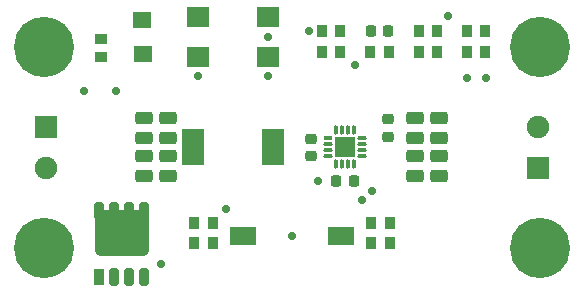
<source format=gts>
G04*
G04 #@! TF.GenerationSoftware,Altium Limited,Altium Designer,19.1.6 (110)*
G04*
G04 Layer_Color=8388736*
%FSLAX43Y43*%
%MOMM*%
G71*
G01*
G75*
%ADD14R,2.250X1.600*%
G04:AMPARAMS|DCode=15|XSize=4.62mm|YSize=3.95mm|CornerRadius=0.531mm|HoleSize=0mm|Usage=FLASHONLY|Rotation=180.000|XOffset=0mm|YOffset=0mm|HoleType=Round|Shape=RoundedRectangle|*
%AMROUNDEDRECTD15*
21,1,4.620,2.888,0,0,180.0*
21,1,3.558,3.950,0,0,180.0*
1,1,1.063,-1.779,1.444*
1,1,1.063,1.779,1.444*
1,1,1.063,1.779,-1.444*
1,1,1.063,-1.779,-1.444*
%
%ADD15ROUNDEDRECTD15*%
G04:AMPARAMS|DCode=16|XSize=0.81mm|YSize=1.472mm|CornerRadius=0.139mm|HoleSize=0mm|Usage=FLASHONLY|Rotation=180.000|XOffset=0mm|YOffset=0mm|HoleType=Round|Shape=RoundedRectangle|*
%AMROUNDEDRECTD16*
21,1,0.810,1.195,0,0,180.0*
21,1,0.532,1.472,0,0,180.0*
1,1,0.278,-0.266,0.597*
1,1,0.278,0.266,0.597*
1,1,0.278,0.266,-0.597*
1,1,0.278,-0.266,-0.597*
%
%ADD16ROUNDEDRECTD16*%
%ADD17R,0.810X1.472*%
%ADD18R,1.900X1.800*%
%ADD19R,0.950X1.000*%
%ADD20R,1.850X3.100*%
%ADD21R,1.750X1.750*%
G04:AMPARAMS|DCode=22|XSize=0.35mm|YSize=0.8mm|CornerRadius=0.113mm|HoleSize=0mm|Usage=FLASHONLY|Rotation=0.000|XOffset=0mm|YOffset=0mm|HoleType=Round|Shape=RoundedRectangle|*
%AMROUNDEDRECTD22*
21,1,0.350,0.575,0,0,0.0*
21,1,0.125,0.800,0,0,0.0*
1,1,0.225,0.063,-0.288*
1,1,0.225,-0.063,-0.288*
1,1,0.225,-0.063,0.288*
1,1,0.225,0.063,0.288*
%
%ADD22ROUNDEDRECTD22*%
G04:AMPARAMS|DCode=23|XSize=0.35mm|YSize=0.8mm|CornerRadius=0.113mm|HoleSize=0mm|Usage=FLASHONLY|Rotation=90.000|XOffset=0mm|YOffset=0mm|HoleType=Round|Shape=RoundedRectangle|*
%AMROUNDEDRECTD23*
21,1,0.350,0.575,0,0,90.0*
21,1,0.125,0.800,0,0,90.0*
1,1,0.225,0.288,0.063*
1,1,0.225,0.288,-0.063*
1,1,0.225,-0.288,-0.063*
1,1,0.225,-0.288,0.063*
%
%ADD23ROUNDEDRECTD23*%
%ADD24R,0.800X0.350*%
G04:AMPARAMS|DCode=25|XSize=1.5mm|YSize=1.1mm|CornerRadius=0.3mm|HoleSize=0mm|Usage=FLASHONLY|Rotation=180.000|XOffset=0mm|YOffset=0mm|HoleType=Round|Shape=RoundedRectangle|*
%AMROUNDEDRECTD25*
21,1,1.500,0.500,0,0,180.0*
21,1,0.900,1.100,0,0,180.0*
1,1,0.600,-0.450,0.250*
1,1,0.600,0.450,0.250*
1,1,0.600,0.450,-0.250*
1,1,0.600,-0.450,-0.250*
%
%ADD25ROUNDEDRECTD25*%
G04:AMPARAMS|DCode=26|XSize=1mm|YSize=0.9mm|CornerRadius=0.25mm|HoleSize=0mm|Usage=FLASHONLY|Rotation=180.000|XOffset=0mm|YOffset=0mm|HoleType=Round|Shape=RoundedRectangle|*
%AMROUNDEDRECTD26*
21,1,1.000,0.400,0,0,180.0*
21,1,0.500,0.900,0,0,180.0*
1,1,0.500,-0.250,0.200*
1,1,0.500,0.250,0.200*
1,1,0.500,0.250,-0.200*
1,1,0.500,-0.250,-0.200*
%
%ADD26ROUNDEDRECTD26*%
G04:AMPARAMS|DCode=27|XSize=1mm|YSize=0.9mm|CornerRadius=0.25mm|HoleSize=0mm|Usage=FLASHONLY|Rotation=90.000|XOffset=0mm|YOffset=0mm|HoleType=Round|Shape=RoundedRectangle|*
%AMROUNDEDRECTD27*
21,1,1.000,0.400,0,0,90.0*
21,1,0.500,0.900,0,0,90.0*
1,1,0.500,0.200,0.250*
1,1,0.500,0.200,-0.250*
1,1,0.500,-0.200,-0.250*
1,1,0.500,-0.200,0.250*
%
%ADD27ROUNDEDRECTD27*%
%ADD28R,1.000X0.950*%
%ADD29R,1.500X1.400*%
%ADD30R,0.900X1.050*%
%ADD31C,1.900*%
%ADD32R,1.900X1.900*%
%ADD33C,5.100*%
%ADD34C,0.700*%
D14*
X29125Y5000D02*
D03*
X20875D02*
D03*
D15*
X10600Y5250D02*
D03*
D16*
X12505Y7070D02*
D03*
X11235D02*
D03*
X9965D02*
D03*
X8695D02*
D03*
X12505Y1530D02*
D03*
X11235D02*
D03*
X9965D02*
D03*
D17*
X8695D02*
D03*
D18*
X17000Y20100D02*
D03*
Y23500D02*
D03*
X23000D02*
D03*
Y20100D02*
D03*
D19*
X35725Y20600D02*
D03*
X37275D02*
D03*
Y22300D02*
D03*
X35725D02*
D03*
X39825Y20600D02*
D03*
X41375D02*
D03*
X33175D02*
D03*
X31625D02*
D03*
X39825Y22300D02*
D03*
X41375D02*
D03*
X29075Y20600D02*
D03*
X27525D02*
D03*
X29075Y22300D02*
D03*
X27525D02*
D03*
X33275Y6100D02*
D03*
X31725D02*
D03*
X16725D02*
D03*
X18275D02*
D03*
D20*
X23375Y12500D02*
D03*
X16625D02*
D03*
D21*
X29500D02*
D03*
D22*
X28750Y13950D02*
D03*
X29250D02*
D03*
X29750D02*
D03*
X30250D02*
D03*
Y11050D02*
D03*
X29750D02*
D03*
X29250D02*
D03*
X28750D02*
D03*
D23*
X30950Y13250D02*
D03*
Y12750D02*
D03*
Y12250D02*
D03*
Y11750D02*
D03*
X28050D02*
D03*
Y12250D02*
D03*
Y12750D02*
D03*
D24*
Y13250D02*
D03*
D25*
X37400Y14950D02*
D03*
Y13250D02*
D03*
Y10050D02*
D03*
Y11750D02*
D03*
X35400Y14950D02*
D03*
Y13250D02*
D03*
X14500Y10050D02*
D03*
Y11750D02*
D03*
X12500Y14950D02*
D03*
Y13250D02*
D03*
Y10050D02*
D03*
Y11750D02*
D03*
X14500Y14950D02*
D03*
Y13250D02*
D03*
X35400Y10050D02*
D03*
Y11750D02*
D03*
D26*
X33100Y14850D02*
D03*
X33100Y13350D02*
D03*
X26625Y13225D02*
D03*
X26625Y11725D02*
D03*
D27*
X30250Y9600D02*
D03*
X28750Y9600D02*
D03*
X31650Y22300D02*
D03*
X33150Y22300D02*
D03*
D28*
X8800Y21675D02*
D03*
Y20125D02*
D03*
D29*
X12350Y20350D02*
D03*
X12300Y23250D02*
D03*
D30*
X33325Y4400D02*
D03*
X31675D02*
D03*
X18325D02*
D03*
X16675D02*
D03*
D31*
X4125Y10750D02*
D03*
X45800Y14250D02*
D03*
D32*
X4125D02*
D03*
X45800Y10750D02*
D03*
D33*
X4000Y4000D02*
D03*
X46000D02*
D03*
Y21000D02*
D03*
X4000D02*
D03*
D34*
X31800Y8800D02*
D03*
X30900Y8000D02*
D03*
X38200Y23600D02*
D03*
X27200Y9600D02*
D03*
X26400Y22300D02*
D03*
X10100Y17300D02*
D03*
X7400Y17300D02*
D03*
X17000Y18500D02*
D03*
X13900Y2600D02*
D03*
X10600Y4775D02*
D03*
X9700Y3875D02*
D03*
X10600D02*
D03*
X9700Y5675D02*
D03*
X10600D02*
D03*
X12400D02*
D03*
Y6575D02*
D03*
X11500Y5675D02*
D03*
Y6575D02*
D03*
X8800Y3875D02*
D03*
X12400Y4775D02*
D03*
X8800Y6575D02*
D03*
X10600D02*
D03*
X9700D02*
D03*
Y4775D02*
D03*
X8800Y5675D02*
D03*
Y4775D02*
D03*
X12400Y3875D02*
D03*
X11500Y4775D02*
D03*
Y3875D02*
D03*
X19400Y7300D02*
D03*
X23000Y18500D02*
D03*
Y21800D02*
D03*
X25000Y5000D02*
D03*
X39800Y18400D02*
D03*
X41400D02*
D03*
X29000Y13000D02*
D03*
Y12000D02*
D03*
X30000Y13000D02*
D03*
Y12000D02*
D03*
X30300Y19500D02*
D03*
M02*

</source>
